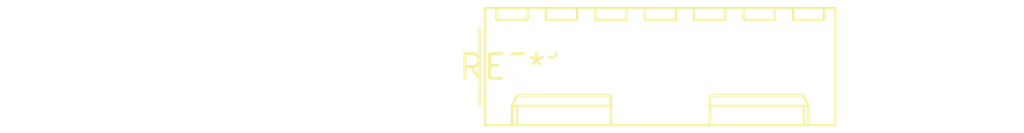
<source format=kicad_pcb>
(kicad_pcb (version 20240108) (generator pcbnew)
  (layers (0 "F.Cu" signal) (31 "B.Cu" signal) (34 "B.Paste" user) (35 "F.Paste" user) (36 "B.SilkS" user "B.Silkscreen") (37 "F.SilkS" user "F.Silkscreen") (38 "B.Mask" user) (39 "F.Mask" user) (44 "Edge.Cuts" user))
  (net 0 "")
  (footprint "Molex_KK-254_AE-6410-07A_1x07_P2.54mm_Vertical" (layer "F.Cu") (at 0 0)
    (property "Reference" "REF**")
    (property "Value" "Molex_KK-254_AE-6410-07A_1x07_P2.54mm_Vertical")
    (fp_line (start -1.67 -2) (end -1.67 2) (layer "F.SilkS") (stroke (width 0.12)))
    (fp_line (start -1.38 -3.03) (end -1.38 2.99) (layer "F.SilkS") (stroke (width 0.12)))
    (fp_line (start -1.38 2.99) (end 16.62 2.99) (layer "F.SilkS") (stroke (width 0.12)))
    (fp_line (start -0.8 -3.03) (end -0.8 -2.43) (layer "F.SilkS") (stroke (width 0.12)))
    (fp_line (start -0.8 -2.43) (end 0.8 -2.43) (layer "F.SilkS") (stroke (width 0.12)))
    (fp_line (start 0 1.99) (end 0.25 1.46) (layer "F.SilkS") (stroke (width 0.12)))
    (fp_line (start 0 1.99) (end 5.08 1.99) (layer "F.SilkS") (stroke (width 0.12)))
    (fp_line (start 0 2.99) (end 0 1.99) (layer "F.SilkS") (stroke (width 0.12)))
    (fp_line (start 0.25 1.46) (end 5.08 1.46) (layer "F.SilkS") (stroke (width 0.12)))
    (fp_line (start 0.25 2.99) (end 0.25 1.99) (layer "F.SilkS") (stroke (width 0.12)))
    (fp_line (start 0.8 -2.43) (end 0.8 -3.03) (layer "F.SilkS") (stroke (width 0.12)))
    (fp_line (start 1.74 -3.03) (end 1.74 -2.43) (layer "F.SilkS") (stroke (width 0.12)))
    (fp_line (start 1.74 -2.43) (end 3.34 -2.43) (layer "F.SilkS") (stroke (width 0.12)))
    (fp_line (start 3.34 -2.43) (end 3.34 -3.03) (layer "F.SilkS") (stroke (width 0.12)))
    (fp_line (start 4.28 -3.03) (end 4.28 -2.43) (layer "F.SilkS") (stroke (width 0.12)))
    (fp_line (start 4.28 -2.43) (end 5.88 -2.43) (layer "F.SilkS") (stroke (width 0.12)))
    (fp_line (start 5.08 1.46) (end 5.08 1.99) (layer "F.SilkS") (stroke (width 0.12)))
    (fp_line (start 5.08 1.99) (end 5.08 2.99) (layer "F.SilkS") (stroke (width 0.12)))
    (fp_line (start 5.88 -2.43) (end 5.88 -3.03) (layer "F.SilkS") (stroke (width 0.12)))
    (fp_line (start 6.82 -3.03) (end 6.82 -2.43) (layer "F.SilkS") (stroke (width 0.12)))
    (fp_line (start 6.82 -2.43) (end 8.42 -2.43) (layer "F.SilkS") (stroke (width 0.12)))
    (fp_line (start 8.42 -2.43) (end 8.42 -3.03) (layer "F.SilkS") (stroke (width 0.12)))
    (fp_line (start 9.36 -3.03) (end 9.36 -2.43) (layer "F.SilkS") (stroke (width 0.12)))
    (fp_line (start 9.36 -2.43) (end 10.96 -2.43) (layer "F.SilkS") (stroke (width 0.12)))
    (fp_line (start 10.16 1.46) (end 10.16 1.99) (layer "F.SilkS") (stroke (width 0.12)))
    (fp_line (start 10.16 1.99) (end 10.16 2.99) (layer "F.SilkS") (stroke (width 0.12)))
    (fp_line (start 10.96 -2.43) (end 10.96 -3.03) (layer "F.SilkS") (stroke (width 0.12)))
    (fp_line (start 11.9 -3.03) (end 11.9 -2.43) (layer "F.SilkS") (stroke (width 0.12)))
    (fp_line (start 11.9 -2.43) (end 13.5 -2.43) (layer "F.SilkS") (stroke (width 0.12)))
    (fp_line (start 13.5 -2.43) (end 13.5 -3.03) (layer "F.SilkS") (stroke (width 0.12)))
    (fp_line (start 14.44 -3.03) (end 14.44 -2.43) (layer "F.SilkS") (stroke (width 0.12)))
    (fp_line (start 14.44 -2.43) (end 16.04 -2.43) (layer "F.SilkS") (stroke (width 0.12)))
    (fp_line (start 14.99 1.46) (end 10.16 1.46) (layer "F.SilkS") (stroke (width 0.12)))
    (fp_line (start 14.99 2.99) (end 14.99 1.99) (layer "F.SilkS") (stroke (width 0.12)))
    (fp_line (start 15.24 1.99) (end 10.16 1.99) (layer "F.SilkS") (stroke (width 0.12)))
    (fp_line (start 15.24 1.99) (end 14.99 1.46) (layer "F.SilkS") (stroke (width 0.12)))
    (fp_line (start 15.24 2.99) (end 15.24 1.99) (layer "F.SilkS") (stroke (width 0.12)))
    (fp_line (start 16.04 -2.43) (end 16.04 -3.03) (layer "F.SilkS") (stroke (width 0.12)))
    (fp_line (start 16.62 -3.03) (end -1.38 -3.03) (layer "F.SilkS") (stroke (width 0.12)))
    (fp_line (start 16.62 2.99) (end 16.62 -3.03) (layer "F.SilkS") (stroke (width 0.12)))
    (pad "1" thru_hole roundrect (at 0 0) (size 1.74 2.19) (drill 1.19) (layers *.Cu *.Mask) (remove_unused_layers) (roundrect_rratio 0.143678))
    (pad "2" thru_hole oval (at 2.54 0) (size 1.74 2.19) (drill 1.19) (layers *.Cu *.Mask) (remove_unused_layers))
    (pad "3" thru_hole oval (at 5.08 0) (size 1.74 2.19) (drill 1.19) (layers *.Cu *.Mask) (remove_unused_layers))
    (pad "4" thru_hole oval (at 7.62 0) (size 1.74 2.19) (drill 1.19) (layers *.Cu *.Mask) (remove_unused_layers))
    (pad "5" thru_hole oval (at 10.16 0) (size 1.74 2.19) (drill 1.19) (layers *.Cu *.Mask) (remove_unused_layers))
    (pad "6" thru_hole oval (at 12.7 0) (size 1.74 2.19) (drill 1.19) (layers *.Cu *.Mask) (remove_unused_layers))
    (pad "7" thru_hole oval (at 15.24 0) (size 1.74 2.19) (drill 1.19) (layers *.Cu *.Mask) (remove_unused_layers))
  )
)
</source>
